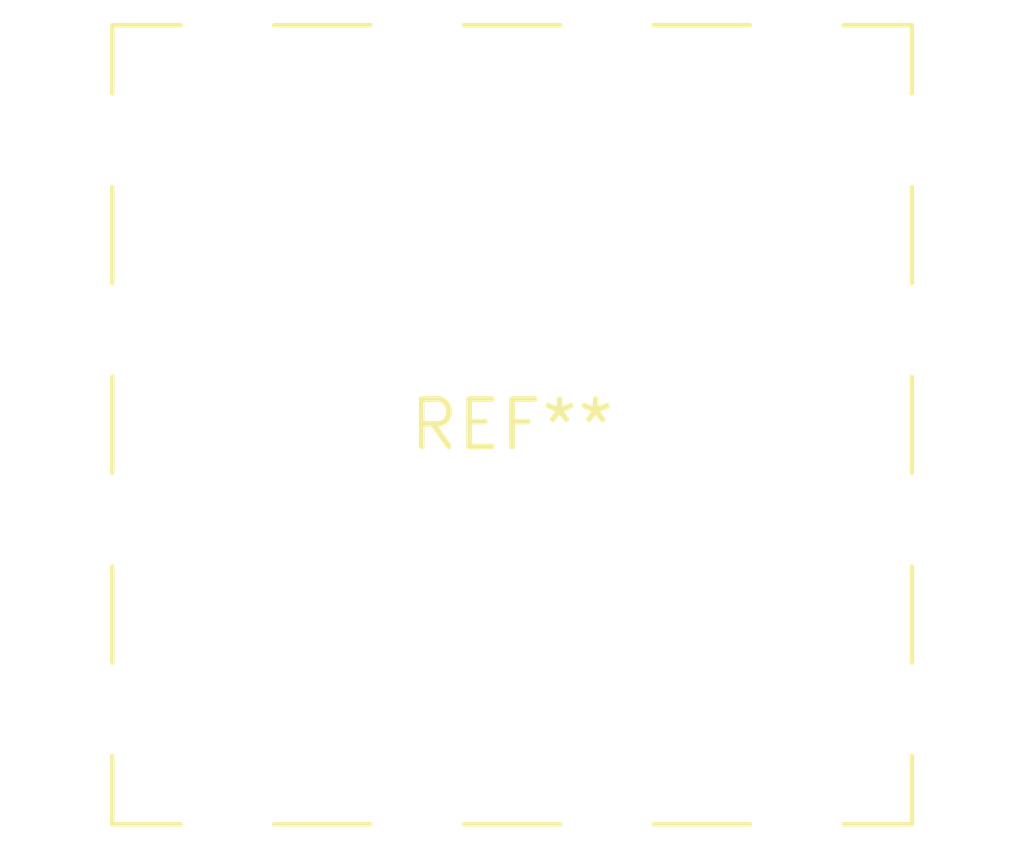
<source format=kicad_pcb>
(kicad_pcb (version 20240108) (generator pcbnew)
  (layers (0 "F.Cu" signal) (31 "B.Cu" signal) (34 "B.Paste" user) (35 "F.Paste" user) (36 "B.SilkS" user "B.Silkscreen") (37 "F.SilkS" user "F.Silkscreen") (38 "B.Mask" user) (39 "F.Mask" user) (44 "Edge.Cuts" user))
  (net 0 "")
  (footprint "Wuerth_36503205_20x20mm" (layer "F.Cu") (at 0 0)
    (property "Reference" "REF**")
    (property "Value" "Wuerth_36503205_20x20mm")
    (fp_line (start -10.7 -10.7) (end -8.87 -10.7) (layer "F.SilkS") (stroke (width 0.12)))
    (fp_line (start -10.7 -8.87) (end -10.7 -10.7) (layer "F.SilkS") (stroke (width 0.12)))
    (fp_line (start -10.7 -3.79) (end -10.7 -6.37) (layer "F.SilkS") (stroke (width 0.12)))
    (fp_line (start -10.7 -1.29) (end -10.7 1.29) (layer "F.SilkS") (stroke (width 0.12)))
    (fp_line (start -10.7 3.79) (end -10.7 6.37) (layer "F.SilkS") (stroke (width 0.12)))
    (fp_line (start -10.7 8.87) (end -10.7 10.7) (layer "F.SilkS") (stroke (width 0.12)))
    (fp_line (start -10.7 10.7) (end -8.87 10.7) (layer "F.SilkS") (stroke (width 0.12)))
    (fp_line (start -3.79 -10.7) (end -6.37 -10.7) (layer "F.SilkS") (stroke (width 0.12)))
    (fp_line (start -3.79 10.7) (end -6.37 10.7) (layer "F.SilkS") (stroke (width 0.12)))
    (fp_line (start 1.29 -10.7) (end -1.29 -10.7) (layer "F.SilkS") (stroke (width 0.12)))
    (fp_line (start 1.29 10.7) (end -1.29 10.7) (layer "F.SilkS") (stroke (width 0.12)))
    (fp_line (start 3.79 -10.7) (end 6.37 -10.7) (layer "F.SilkS") (stroke (width 0.12)))
    (fp_line (start 3.79 10.7) (end 6.37 10.7) (layer "F.SilkS") (stroke (width 0.12)))
    (fp_line (start 10.7 -10.7) (end 8.87 -10.7) (layer "F.SilkS") (stroke (width 0.12)))
    (fp_line (start 10.7 -8.87) (end 10.7 -10.7) (layer "F.SilkS") (stroke (width 0.12)))
    (fp_line (start 10.7 -3.79) (end 10.7 -6.37) (layer "F.SilkS") (stroke (width 0.12)))
    (fp_line (start 10.7 1.29) (end 10.7 -1.29) (layer "F.SilkS") (stroke (width 0.12)))
    (fp_line (start 10.7 3.79) (end 10.7 6.37) (layer "F.SilkS") (stroke (width 0.12)))
    (fp_line (start 10.7 8.87) (end 10.7 10.7) (layer "F.SilkS") (stroke (width 0.12)))
    (fp_line (start 10.7 10.7) (end 8.87 10.7) (layer "F.SilkS") (stroke (width 0.12)))
    (pad "1" thru_hole circle (at -10.25 -7.62) (size 1.7 1.7) (drill 1.1) (layers *.Cu *.Mask) (remove_unused_layers))
    (pad "1" thru_hole circle (at -10.25 -2.54) (size 1.7 1.7) (drill 1.1) (layers *.Cu *.Mask) (remove_unused_layers))
    (pad "1" thru_hole circle (at -10.25 2.54) (size 1.7 1.7) (drill 1.1) (layers *.Cu *.Mask) (remove_unused_layers))
    (pad "1" thru_hole circle (at -10.25 7.62) (size 1.7 1.7) (drill 1.1) (layers *.Cu *.Mask) (remove_unused_layers))
    (pad "1" thru_hole circle (at -7.62 -10.25) (size 1.7 1.7) (drill 1.1) (layers *.Cu *.Mask) (remove_unused_layers))
    (pad "1" thru_hole circle (at -7.62 10.25) (size 1.7 1.7) (drill 1.1) (layers *.Cu *.Mask) (remove_unused_layers))
    (pad "1" thru_hole circle (at -2.54 -10.25) (size 1.7 1.7) (drill 1.1) (layers *.Cu *.Mask) (remove_unused_layers))
    (pad "1" thru_hole circle (at -2.54 10.25) (size 1.7 1.7) (drill 1.1) (layers *.Cu *.Mask) (remove_unused_layers))
    (pad "1" thru_hole circle (at 2.54 -10.25) (size 1.7 1.7) (drill 1.1) (layers *.Cu *.Mask) (remove_unused_layers))
    (pad "1" thru_hole circle (at 2.54 10.25) (size 1.7 1.7) (drill 1.1) (layers *.Cu *.Mask) (remove_unused_layers))
    (pad "1" thru_hole circle (at 7.62 -10.25) (size 1.7 1.7) (drill 1.1) (layers *.Cu *.Mask) (remove_unused_layers))
    (pad "1" thru_hole circle (at 7.62 10.25) (size 1.7 1.7) (drill 1.1) (layers *.Cu *.Mask) (remove_unused_layers))
    (pad "1" thru_hole circle (at 10.25 -7.62) (size 1.7 1.7) (drill 1.1) (layers *.Cu *.Mask) (remove_unused_layers))
    (pad "1" thru_hole circle (at 10.25 -2.54) (size 1.7 1.7) (drill 1.1) (layers *.Cu *.Mask) (remove_unused_layers))
    (pad "1" thru_hole circle (at 10.25 2.54) (size 1.7 1.7) (drill 1.1) (layers *.Cu *.Mask) (remove_unused_layers))
    (pad "1" thru_hole circle (at 10.25 7.62) (size 1.7 1.7) (drill 1.1) (layers *.Cu *.Mask) (remove_unused_layers))
  )
)
</source>
